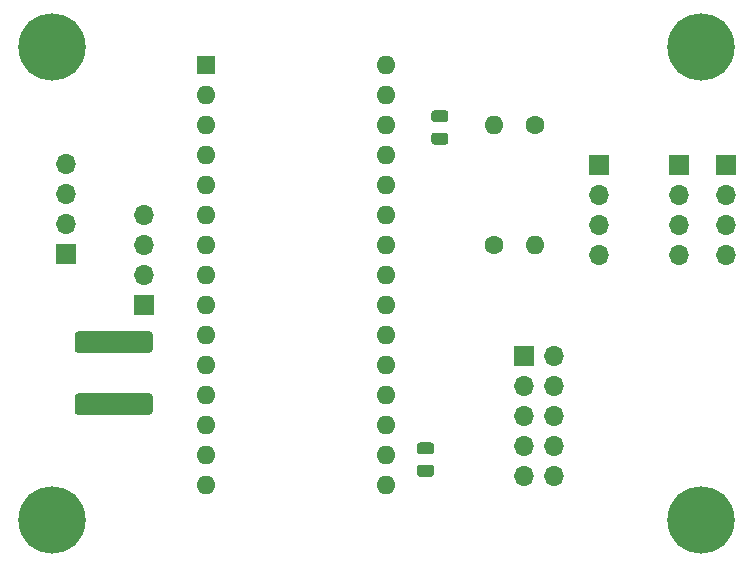
<source format=gbr>
%TF.GenerationSoftware,KiCad,Pcbnew,5.1.12-84ad8e8a86~92~ubuntu20.04.1*%
%TF.CreationDate,2021-11-28T14:42:32-08:00*%
%TF.ProjectId,FilaScale-s,46696c61-5363-4616-9c65-2d732e6b6963,rev?*%
%TF.SameCoordinates,Original*%
%TF.FileFunction,Soldermask,Top*%
%TF.FilePolarity,Negative*%
%FSLAX46Y46*%
G04 Gerber Fmt 4.6, Leading zero omitted, Abs format (unit mm)*
G04 Created by KiCad (PCBNEW 5.1.12-84ad8e8a86~92~ubuntu20.04.1) date 2021-11-28 14:42:32*
%MOMM*%
%LPD*%
G01*
G04 APERTURE LIST*
%ADD10R,1.700000X1.700000*%
%ADD11O,1.700000X1.700000*%
%ADD12C,5.700000*%
%ADD13O,1.600000X1.600000*%
%ADD14C,1.600000*%
%ADD15R,1.600000X1.600000*%
G04 APERTURE END LIST*
D10*
%TO.C,J2*%
X44210000Y-145470000D03*
D11*
X44210000Y-142930000D03*
X44210000Y-140390000D03*
X44210000Y-137850000D03*
%TD*%
D12*
%TO.C,M3*%
X43000000Y-168000000D03*
%TD*%
%TO.C,M3*%
X98000000Y-168000000D03*
%TD*%
%TO.C,M3*%
X98000000Y-128000000D03*
%TD*%
%TO.C,M3*%
X43000000Y-128000000D03*
%TD*%
D13*
%TO.C,R2*%
X80429100Y-134594600D03*
D14*
X80429100Y-144754600D03*
%TD*%
%TO.C,R1*%
X83947000Y-134607300D03*
D13*
X83947000Y-144767300D03*
%TD*%
D15*
%TO.C,J4*%
X56100000Y-129510000D03*
D13*
X71340000Y-162530000D03*
X56100000Y-132050000D03*
X71340000Y-159990000D03*
X56100000Y-134590000D03*
X71340000Y-157450000D03*
X56100000Y-137130000D03*
X71340000Y-154910000D03*
X56100000Y-139670000D03*
X71340000Y-152370000D03*
X56100000Y-142210000D03*
X71340000Y-149830000D03*
X56100000Y-144750000D03*
X71340000Y-147290000D03*
X56100000Y-147290000D03*
X71340000Y-144750000D03*
X56100000Y-149830000D03*
X71340000Y-142210000D03*
X56100000Y-152370000D03*
X71340000Y-139670000D03*
X56100000Y-154910000D03*
X71340000Y-137130000D03*
X56100000Y-157450000D03*
X71340000Y-134590000D03*
X56100000Y-159990000D03*
X71340000Y-132050000D03*
X56100000Y-162530000D03*
X71340000Y-129510000D03*
X56100000Y-165070000D03*
X71340000Y-165070000D03*
%TD*%
D11*
%TO.C,J5*%
X89370000Y-145570000D03*
X89370000Y-143030000D03*
X89370000Y-140490000D03*
D10*
X89370000Y-137950000D03*
%TD*%
%TO.C,J6*%
X96140000Y-137930000D03*
D11*
X96140000Y-140470000D03*
X96140000Y-143010000D03*
X96140000Y-145550000D03*
%TD*%
%TO.C,J7*%
X100130000Y-145550000D03*
X100130000Y-143010000D03*
X100130000Y-140470000D03*
D10*
X100130000Y-137930000D03*
%TD*%
%TO.C,J3*%
X82969100Y-154139900D03*
D11*
X85509100Y-154139900D03*
X82969100Y-156679900D03*
X85509100Y-156679900D03*
X82969100Y-159219900D03*
X85509100Y-159219900D03*
X82969100Y-161759900D03*
X85509100Y-161759900D03*
X82969100Y-164299900D03*
X85509100Y-164299900D03*
%TD*%
%TO.C,C1*%
G36*
G01*
X45210000Y-152051360D02*
X51310000Y-152051360D01*
G75*
G02*
X51560000Y-152301360I0J-250000D01*
G01*
X51560000Y-153601360D01*
G75*
G02*
X51310000Y-153851360I-250000J0D01*
G01*
X45210000Y-153851360D01*
G75*
G02*
X44960000Y-153601360I0J250000D01*
G01*
X44960000Y-152301360D01*
G75*
G02*
X45210000Y-152051360I250000J0D01*
G01*
G37*
G36*
G01*
X45210000Y-157301360D02*
X51310000Y-157301360D01*
G75*
G02*
X51560000Y-157551360I0J-250000D01*
G01*
X51560000Y-158851360D01*
G75*
G02*
X51310000Y-159101360I-250000J0D01*
G01*
X45210000Y-159101360D01*
G75*
G02*
X44960000Y-158851360I0J250000D01*
G01*
X44960000Y-157551360D01*
G75*
G02*
X45210000Y-157301360I250000J0D01*
G01*
G37*
%TD*%
%TO.C,C2*%
G36*
G01*
X76344800Y-136224900D02*
X75394800Y-136224900D01*
G75*
G02*
X75144800Y-135974900I0J250000D01*
G01*
X75144800Y-135474900D01*
G75*
G02*
X75394800Y-135224900I250000J0D01*
G01*
X76344800Y-135224900D01*
G75*
G02*
X76594800Y-135474900I0J-250000D01*
G01*
X76594800Y-135974900D01*
G75*
G02*
X76344800Y-136224900I-250000J0D01*
G01*
G37*
G36*
G01*
X76344800Y-134324900D02*
X75394800Y-134324900D01*
G75*
G02*
X75144800Y-134074900I0J250000D01*
G01*
X75144800Y-133574900D01*
G75*
G02*
X75394800Y-133324900I250000J0D01*
G01*
X76344800Y-133324900D01*
G75*
G02*
X76594800Y-133574900I0J-250000D01*
G01*
X76594800Y-134074900D01*
G75*
G02*
X76344800Y-134324900I-250000J0D01*
G01*
G37*
%TD*%
D10*
%TO.C,J1*%
X50825400Y-149829520D03*
D11*
X50825400Y-147289520D03*
X50825400Y-144749520D03*
X50825400Y-142209520D03*
%TD*%
%TO.C,C3*%
G36*
G01*
X74180680Y-161445240D02*
X75130680Y-161445240D01*
G75*
G02*
X75380680Y-161695240I0J-250000D01*
G01*
X75380680Y-162195240D01*
G75*
G02*
X75130680Y-162445240I-250000J0D01*
G01*
X74180680Y-162445240D01*
G75*
G02*
X73930680Y-162195240I0J250000D01*
G01*
X73930680Y-161695240D01*
G75*
G02*
X74180680Y-161445240I250000J0D01*
G01*
G37*
G36*
G01*
X74180680Y-163345240D02*
X75130680Y-163345240D01*
G75*
G02*
X75380680Y-163595240I0J-250000D01*
G01*
X75380680Y-164095240D01*
G75*
G02*
X75130680Y-164345240I-250000J0D01*
G01*
X74180680Y-164345240D01*
G75*
G02*
X73930680Y-164095240I0J250000D01*
G01*
X73930680Y-163595240D01*
G75*
G02*
X74180680Y-163345240I250000J0D01*
G01*
G37*
%TD*%
M02*

</source>
